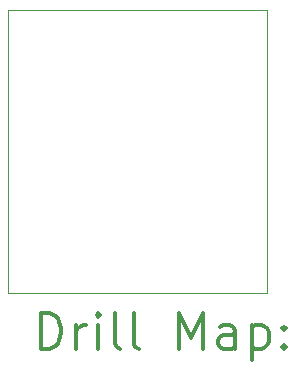
<source format=gbr>
%FSLAX45Y45*%
G04 Gerber Fmt 4.5, Leading zero omitted, Abs format (unit mm)*
G04 Created by KiCad (PCBNEW 5.1.5+dfsg1-2build2) date 2022-11-08 12:44:27*
%MOMM*%
%LPD*%
G04 APERTURE LIST*
%TA.AperFunction,Profile*%
%ADD10C,0.100000*%
%TD*%
%ADD11C,0.200000*%
%ADD12C,0.300000*%
G04 APERTURE END LIST*
D10*
X19550000Y-8850000D02*
X19550000Y-11250000D01*
X17350000Y-8850000D02*
X19550000Y-8850000D01*
X17350000Y-11250000D02*
X17350000Y-8850000D01*
X19550000Y-11250000D02*
X17350000Y-11250000D01*
D11*
D12*
X17631428Y-11720714D02*
X17631428Y-11420714D01*
X17702857Y-11420714D01*
X17745714Y-11435000D01*
X17774286Y-11463571D01*
X17788571Y-11492143D01*
X17802857Y-11549286D01*
X17802857Y-11592143D01*
X17788571Y-11649286D01*
X17774286Y-11677857D01*
X17745714Y-11706429D01*
X17702857Y-11720714D01*
X17631428Y-11720714D01*
X17931428Y-11720714D02*
X17931428Y-11520714D01*
X17931428Y-11577857D02*
X17945714Y-11549286D01*
X17960000Y-11535000D01*
X17988571Y-11520714D01*
X18017143Y-11520714D01*
X18117143Y-11720714D02*
X18117143Y-11520714D01*
X18117143Y-11420714D02*
X18102857Y-11435000D01*
X18117143Y-11449286D01*
X18131428Y-11435000D01*
X18117143Y-11420714D01*
X18117143Y-11449286D01*
X18302857Y-11720714D02*
X18274286Y-11706429D01*
X18260000Y-11677857D01*
X18260000Y-11420714D01*
X18460000Y-11720714D02*
X18431428Y-11706429D01*
X18417143Y-11677857D01*
X18417143Y-11420714D01*
X18802857Y-11720714D02*
X18802857Y-11420714D01*
X18902857Y-11635000D01*
X19002857Y-11420714D01*
X19002857Y-11720714D01*
X19274286Y-11720714D02*
X19274286Y-11563571D01*
X19260000Y-11535000D01*
X19231428Y-11520714D01*
X19174286Y-11520714D01*
X19145714Y-11535000D01*
X19274286Y-11706429D02*
X19245714Y-11720714D01*
X19174286Y-11720714D01*
X19145714Y-11706429D01*
X19131428Y-11677857D01*
X19131428Y-11649286D01*
X19145714Y-11620714D01*
X19174286Y-11606429D01*
X19245714Y-11606429D01*
X19274286Y-11592143D01*
X19417143Y-11520714D02*
X19417143Y-11820714D01*
X19417143Y-11535000D02*
X19445714Y-11520714D01*
X19502857Y-11520714D01*
X19531428Y-11535000D01*
X19545714Y-11549286D01*
X19560000Y-11577857D01*
X19560000Y-11663571D01*
X19545714Y-11692143D01*
X19531428Y-11706429D01*
X19502857Y-11720714D01*
X19445714Y-11720714D01*
X19417143Y-11706429D01*
X19688571Y-11692143D02*
X19702857Y-11706429D01*
X19688571Y-11720714D01*
X19674286Y-11706429D01*
X19688571Y-11692143D01*
X19688571Y-11720714D01*
X19688571Y-11535000D02*
X19702857Y-11549286D01*
X19688571Y-11563571D01*
X19674286Y-11549286D01*
X19688571Y-11535000D01*
X19688571Y-11563571D01*
M02*

</source>
